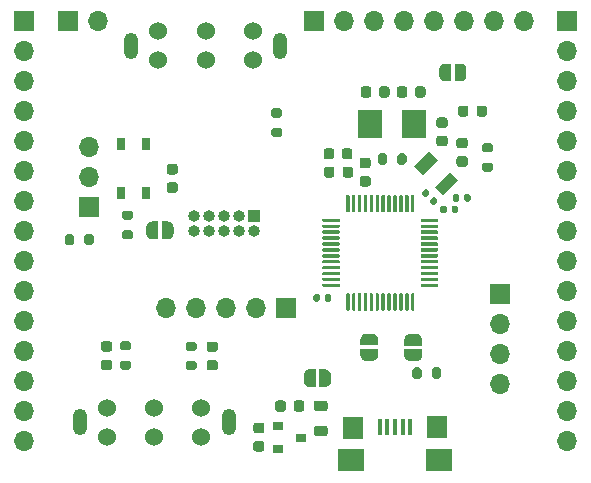
<source format=gbr>
%TF.GenerationSoftware,KiCad,Pcbnew,(5.1.8)-1*%
%TF.CreationDate,2021-06-10T03:31:17+02:00*%
%TF.ProjectId,GD32F190-dev-brd,47443332-4631-4393-902d-6465762d6272,rev?*%
%TF.SameCoordinates,Original*%
%TF.FileFunction,Soldermask,Top*%
%TF.FilePolarity,Negative*%
%FSLAX46Y46*%
G04 Gerber Fmt 4.6, Leading zero omitted, Abs format (unit mm)*
G04 Created by KiCad (PCBNEW (5.1.8)-1) date 2021-06-10 03:31:17*
%MOMM*%
%LPD*%
G01*
G04 APERTURE LIST*
%ADD10R,1.700000X1.700000*%
%ADD11O,1.700000X1.700000*%
%ADD12C,0.100000*%
%ADD13C,1.524000*%
%ADD14O,1.250000X2.250000*%
%ADD15R,0.650000X1.050000*%
%ADD16R,0.900000X0.800000*%
%ADD17R,2.000000X2.400000*%
%ADD18R,1.000000X1.000000*%
%ADD19O,1.000000X1.000000*%
%ADD20R,1.800000X1.900000*%
%ADD21R,2.300000X1.900000*%
%ADD22R,0.400000X1.400000*%
G04 APERTURE END LIST*
D10*
%TO.C,J9*%
X105450000Y-115750000D03*
D11*
X105450000Y-113210000D03*
X105450000Y-110670000D03*
%TD*%
%TO.C,R7*%
G36*
G01*
X132865000Y-130065000D02*
X132865000Y-129515000D01*
G75*
G02*
X133065000Y-129315000I200000J0D01*
G01*
X133465000Y-129315000D01*
G75*
G02*
X133665000Y-129515000I0J-200000D01*
G01*
X133665000Y-130065000D01*
G75*
G02*
X133465000Y-130265000I-200000J0D01*
G01*
X133065000Y-130265000D01*
G75*
G02*
X132865000Y-130065000I0J200000D01*
G01*
G37*
G36*
G01*
X134515000Y-130065000D02*
X134515000Y-129515000D01*
G75*
G02*
X134715000Y-129315000I200000J0D01*
G01*
X135115000Y-129315000D01*
G75*
G02*
X135315000Y-129515000I0J-200000D01*
G01*
X135315000Y-130065000D01*
G75*
G02*
X135115000Y-130265000I-200000J0D01*
G01*
X134715000Y-130265000D01*
G75*
G02*
X134515000Y-130065000I0J200000D01*
G01*
G37*
%TD*%
%TO.C,C1*%
G36*
G01*
X122160000Y-132330000D02*
X122160000Y-132830000D01*
G75*
G02*
X121935000Y-133055000I-225000J0D01*
G01*
X121485000Y-133055000D01*
G75*
G02*
X121260000Y-132830000I0J225000D01*
G01*
X121260000Y-132330000D01*
G75*
G02*
X121485000Y-132105000I225000J0D01*
G01*
X121935000Y-132105000D01*
G75*
G02*
X122160000Y-132330000I0J-225000D01*
G01*
G37*
G36*
G01*
X123710000Y-132330000D02*
X123710000Y-132830000D01*
G75*
G02*
X123485000Y-133055000I-225000J0D01*
G01*
X123035000Y-133055000D01*
G75*
G02*
X122810000Y-132830000I0J225000D01*
G01*
X122810000Y-132330000D01*
G75*
G02*
X123035000Y-132105000I225000J0D01*
G01*
X123485000Y-132105000D01*
G75*
G02*
X123710000Y-132330000I0J-225000D01*
G01*
G37*
%TD*%
%TO.C,C2*%
G36*
G01*
X120120000Y-136435000D02*
X119620000Y-136435000D01*
G75*
G02*
X119395000Y-136210000I0J225000D01*
G01*
X119395000Y-135760000D01*
G75*
G02*
X119620000Y-135535000I225000J0D01*
G01*
X120120000Y-135535000D01*
G75*
G02*
X120345000Y-135760000I0J-225000D01*
G01*
X120345000Y-136210000D01*
G75*
G02*
X120120000Y-136435000I-225000J0D01*
G01*
G37*
G36*
G01*
X120120000Y-134885000D02*
X119620000Y-134885000D01*
G75*
G02*
X119395000Y-134660000I0J225000D01*
G01*
X119395000Y-134210000D01*
G75*
G02*
X119620000Y-133985000I225000J0D01*
G01*
X120120000Y-133985000D01*
G75*
G02*
X120345000Y-134210000I0J-225000D01*
G01*
X120345000Y-134660000D01*
G75*
G02*
X120120000Y-134885000I-225000J0D01*
G01*
G37*
%TD*%
%TO.C,C7*%
G36*
G01*
X129125000Y-112450000D02*
X128625000Y-112450000D01*
G75*
G02*
X128400000Y-112225000I0J225000D01*
G01*
X128400000Y-111775000D01*
G75*
G02*
X128625000Y-111550000I225000J0D01*
G01*
X129125000Y-111550000D01*
G75*
G02*
X129350000Y-111775000I0J-225000D01*
G01*
X129350000Y-112225000D01*
G75*
G02*
X129125000Y-112450000I-225000J0D01*
G01*
G37*
G36*
G01*
X129125000Y-114000000D02*
X128625000Y-114000000D01*
G75*
G02*
X128400000Y-113775000I0J225000D01*
G01*
X128400000Y-113325000D01*
G75*
G02*
X128625000Y-113100000I225000J0D01*
G01*
X129125000Y-113100000D01*
G75*
G02*
X129350000Y-113325000I0J-225000D01*
G01*
X129350000Y-113775000D01*
G75*
G02*
X129125000Y-114000000I-225000J0D01*
G01*
G37*
%TD*%
%TO.C,C8*%
G36*
G01*
X127800000Y-110975000D02*
X127800000Y-111475000D01*
G75*
G02*
X127575000Y-111700000I-225000J0D01*
G01*
X127125000Y-111700000D01*
G75*
G02*
X126900000Y-111475000I0J225000D01*
G01*
X126900000Y-110975000D01*
G75*
G02*
X127125000Y-110750000I225000J0D01*
G01*
X127575000Y-110750000D01*
G75*
G02*
X127800000Y-110975000I0J-225000D01*
G01*
G37*
G36*
G01*
X126250000Y-110975000D02*
X126250000Y-111475000D01*
G75*
G02*
X126025000Y-111700000I-225000J0D01*
G01*
X125575000Y-111700000D01*
G75*
G02*
X125350000Y-111475000I0J225000D01*
G01*
X125350000Y-110975000D01*
G75*
G02*
X125575000Y-110750000I225000J0D01*
G01*
X126025000Y-110750000D01*
G75*
G02*
X126250000Y-110975000I0J-225000D01*
G01*
G37*
%TD*%
%TO.C,C9*%
G36*
G01*
X112790000Y-114530000D02*
X112290000Y-114530000D01*
G75*
G02*
X112065000Y-114305000I0J225000D01*
G01*
X112065000Y-113855000D01*
G75*
G02*
X112290000Y-113630000I225000J0D01*
G01*
X112790000Y-113630000D01*
G75*
G02*
X113015000Y-113855000I0J-225000D01*
G01*
X113015000Y-114305000D01*
G75*
G02*
X112790000Y-114530000I-225000J0D01*
G01*
G37*
G36*
G01*
X112790000Y-112980000D02*
X112290000Y-112980000D01*
G75*
G02*
X112065000Y-112755000I0J225000D01*
G01*
X112065000Y-112305000D01*
G75*
G02*
X112290000Y-112080000I225000J0D01*
G01*
X112790000Y-112080000D01*
G75*
G02*
X113015000Y-112305000I0J-225000D01*
G01*
X113015000Y-112755000D01*
G75*
G02*
X112790000Y-112980000I-225000J0D01*
G01*
G37*
%TD*%
%TO.C,C10*%
G36*
G01*
X132433000Y-105740000D02*
X132433000Y-106240000D01*
G75*
G02*
X132208000Y-106465000I-225000J0D01*
G01*
X131758000Y-106465000D01*
G75*
G02*
X131533000Y-106240000I0J225000D01*
G01*
X131533000Y-105740000D01*
G75*
G02*
X131758000Y-105515000I225000J0D01*
G01*
X132208000Y-105515000D01*
G75*
G02*
X132433000Y-105740000I0J-225000D01*
G01*
G37*
G36*
G01*
X133983000Y-105740000D02*
X133983000Y-106240000D01*
G75*
G02*
X133758000Y-106465000I-225000J0D01*
G01*
X133308000Y-106465000D01*
G75*
G02*
X133083000Y-106240000I0J225000D01*
G01*
X133083000Y-105740000D01*
G75*
G02*
X133308000Y-105515000I225000J0D01*
G01*
X133758000Y-105515000D01*
G75*
G02*
X133983000Y-105740000I0J-225000D01*
G01*
G37*
%TD*%
%TO.C,C11*%
G36*
G01*
X128485000Y-106240000D02*
X128485000Y-105740000D01*
G75*
G02*
X128710000Y-105515000I225000J0D01*
G01*
X129160000Y-105515000D01*
G75*
G02*
X129385000Y-105740000I0J-225000D01*
G01*
X129385000Y-106240000D01*
G75*
G02*
X129160000Y-106465000I-225000J0D01*
G01*
X128710000Y-106465000D01*
G75*
G02*
X128485000Y-106240000I0J225000D01*
G01*
G37*
G36*
G01*
X130035000Y-106240000D02*
X130035000Y-105740000D01*
G75*
G02*
X130260000Y-105515000I225000J0D01*
G01*
X130710000Y-105515000D01*
G75*
G02*
X130935000Y-105740000I0J-225000D01*
G01*
X130935000Y-106240000D01*
G75*
G02*
X130710000Y-106465000I-225000J0D01*
G01*
X130260000Y-106465000D01*
G75*
G02*
X130035000Y-106240000I0J225000D01*
G01*
G37*
%TD*%
%TO.C,C12*%
G36*
G01*
X137330000Y-110770000D02*
X136830000Y-110770000D01*
G75*
G02*
X136605000Y-110545000I0J225000D01*
G01*
X136605000Y-110095000D01*
G75*
G02*
X136830000Y-109870000I225000J0D01*
G01*
X137330000Y-109870000D01*
G75*
G02*
X137555000Y-110095000I0J-225000D01*
G01*
X137555000Y-110545000D01*
G75*
G02*
X137330000Y-110770000I-225000J0D01*
G01*
G37*
G36*
G01*
X137330000Y-112320000D02*
X136830000Y-112320000D01*
G75*
G02*
X136605000Y-112095000I0J225000D01*
G01*
X136605000Y-111645000D01*
G75*
G02*
X136830000Y-111420000I225000J0D01*
G01*
X137330000Y-111420000D01*
G75*
G02*
X137555000Y-111645000I0J-225000D01*
G01*
X137555000Y-112095000D01*
G75*
G02*
X137330000Y-112320000I-225000J0D01*
G01*
G37*
%TD*%
%TO.C,C13*%
G36*
G01*
X135630000Y-110590000D02*
X135130000Y-110590000D01*
G75*
G02*
X134905000Y-110365000I0J225000D01*
G01*
X134905000Y-109915000D01*
G75*
G02*
X135130000Y-109690000I225000J0D01*
G01*
X135630000Y-109690000D01*
G75*
G02*
X135855000Y-109915000I0J-225000D01*
G01*
X135855000Y-110365000D01*
G75*
G02*
X135630000Y-110590000I-225000J0D01*
G01*
G37*
G36*
G01*
X135630000Y-109040000D02*
X135130000Y-109040000D01*
G75*
G02*
X134905000Y-108815000I0J225000D01*
G01*
X134905000Y-108365000D01*
G75*
G02*
X135130000Y-108140000I225000J0D01*
G01*
X135630000Y-108140000D01*
G75*
G02*
X135855000Y-108365000I0J-225000D01*
G01*
X135855000Y-108815000D01*
G75*
G02*
X135630000Y-109040000I-225000J0D01*
G01*
G37*
%TD*%
%TO.C,D1*%
G36*
G01*
X106720750Y-127091500D02*
X107233250Y-127091500D01*
G75*
G02*
X107452000Y-127310250I0J-218750D01*
G01*
X107452000Y-127747750D01*
G75*
G02*
X107233250Y-127966500I-218750J0D01*
G01*
X106720750Y-127966500D01*
G75*
G02*
X106502000Y-127747750I0J218750D01*
G01*
X106502000Y-127310250D01*
G75*
G02*
X106720750Y-127091500I218750J0D01*
G01*
G37*
G36*
G01*
X106720750Y-128666500D02*
X107233250Y-128666500D01*
G75*
G02*
X107452000Y-128885250I0J-218750D01*
G01*
X107452000Y-129322750D01*
G75*
G02*
X107233250Y-129541500I-218750J0D01*
G01*
X106720750Y-129541500D01*
G75*
G02*
X106502000Y-129322750I0J218750D01*
G01*
X106502000Y-128885250D01*
G75*
G02*
X106720750Y-128666500I218750J0D01*
G01*
G37*
%TD*%
%TO.C,D2*%
G36*
G01*
X115683750Y-128692000D02*
X116196250Y-128692000D01*
G75*
G02*
X116415000Y-128910750I0J-218750D01*
G01*
X116415000Y-129348250D01*
G75*
G02*
X116196250Y-129567000I-218750J0D01*
G01*
X115683750Y-129567000D01*
G75*
G02*
X115465000Y-129348250I0J218750D01*
G01*
X115465000Y-128910750D01*
G75*
G02*
X115683750Y-128692000I218750J0D01*
G01*
G37*
G36*
G01*
X115683750Y-127117000D02*
X116196250Y-127117000D01*
G75*
G02*
X116415000Y-127335750I0J-218750D01*
G01*
X116415000Y-127773250D01*
G75*
G02*
X116196250Y-127992000I-218750J0D01*
G01*
X115683750Y-127992000D01*
G75*
G02*
X115465000Y-127773250I0J218750D01*
G01*
X115465000Y-127335750D01*
G75*
G02*
X115683750Y-127117000I218750J0D01*
G01*
G37*
%TD*%
%TO.C,D3*%
G36*
G01*
X139187500Y-107353750D02*
X139187500Y-107866250D01*
G75*
G02*
X138968750Y-108085000I-218750J0D01*
G01*
X138531250Y-108085000D01*
G75*
G02*
X138312500Y-107866250I0J218750D01*
G01*
X138312500Y-107353750D01*
G75*
G02*
X138531250Y-107135000I218750J0D01*
G01*
X138968750Y-107135000D01*
G75*
G02*
X139187500Y-107353750I0J-218750D01*
G01*
G37*
G36*
G01*
X137612500Y-107353750D02*
X137612500Y-107866250D01*
G75*
G02*
X137393750Y-108085000I-218750J0D01*
G01*
X136956250Y-108085000D01*
G75*
G02*
X136737500Y-107866250I0J218750D01*
G01*
X136737500Y-107353750D01*
G75*
G02*
X136956250Y-107135000I218750J0D01*
G01*
X137393750Y-107135000D01*
G75*
G02*
X137612500Y-107353750I0J-218750D01*
G01*
G37*
%TD*%
%TO.C,FB1*%
G36*
G01*
X125491250Y-135130000D02*
X124728750Y-135130000D01*
G75*
G02*
X124510000Y-134911250I0J218750D01*
G01*
X124510000Y-134473750D01*
G75*
G02*
X124728750Y-134255000I218750J0D01*
G01*
X125491250Y-134255000D01*
G75*
G02*
X125710000Y-134473750I0J-218750D01*
G01*
X125710000Y-134911250D01*
G75*
G02*
X125491250Y-135130000I-218750J0D01*
G01*
G37*
G36*
G01*
X125491250Y-133005000D02*
X124728750Y-133005000D01*
G75*
G02*
X124510000Y-132786250I0J218750D01*
G01*
X124510000Y-132348750D01*
G75*
G02*
X124728750Y-132130000I218750J0D01*
G01*
X125491250Y-132130000D01*
G75*
G02*
X125710000Y-132348750I0J-218750D01*
G01*
X125710000Y-132786250D01*
G75*
G02*
X125491250Y-133005000I-218750J0D01*
G01*
G37*
%TD*%
D10*
%TO.C,J4*%
X140270000Y-123060000D03*
D11*
X140270000Y-125600000D03*
X140270000Y-128140000D03*
X140270000Y-130680000D03*
%TD*%
D10*
%TO.C,J5*%
X122150000Y-124320000D03*
D11*
X119610000Y-124320000D03*
X117070000Y-124320000D03*
X114530000Y-124320000D03*
X111990000Y-124320000D03*
%TD*%
D12*
%TO.C,JP1*%
G36*
X136450000Y-103580000D02*
G01*
X136950000Y-103580000D01*
X136950000Y-103580602D01*
X136974534Y-103580602D01*
X137023365Y-103585412D01*
X137071490Y-103594984D01*
X137118445Y-103609228D01*
X137163778Y-103628005D01*
X137207051Y-103651136D01*
X137247850Y-103678396D01*
X137285779Y-103709524D01*
X137320476Y-103744221D01*
X137351604Y-103782150D01*
X137378864Y-103822949D01*
X137401995Y-103866222D01*
X137420772Y-103911555D01*
X137435016Y-103958510D01*
X137444588Y-104006635D01*
X137449398Y-104055466D01*
X137449398Y-104080000D01*
X137450000Y-104080000D01*
X137450000Y-104580000D01*
X137449398Y-104580000D01*
X137449398Y-104604534D01*
X137444588Y-104653365D01*
X137435016Y-104701490D01*
X137420772Y-104748445D01*
X137401995Y-104793778D01*
X137378864Y-104837051D01*
X137351604Y-104877850D01*
X137320476Y-104915779D01*
X137285779Y-104950476D01*
X137247850Y-104981604D01*
X137207051Y-105008864D01*
X137163778Y-105031995D01*
X137118445Y-105050772D01*
X137071490Y-105065016D01*
X137023365Y-105074588D01*
X136974534Y-105079398D01*
X136950000Y-105079398D01*
X136950000Y-105080000D01*
X136450000Y-105080000D01*
X136450000Y-103580000D01*
G37*
G36*
X135650000Y-105079398D02*
G01*
X135625466Y-105079398D01*
X135576635Y-105074588D01*
X135528510Y-105065016D01*
X135481555Y-105050772D01*
X135436222Y-105031995D01*
X135392949Y-105008864D01*
X135352150Y-104981604D01*
X135314221Y-104950476D01*
X135279524Y-104915779D01*
X135248396Y-104877850D01*
X135221136Y-104837051D01*
X135198005Y-104793778D01*
X135179228Y-104748445D01*
X135164984Y-104701490D01*
X135155412Y-104653365D01*
X135150602Y-104604534D01*
X135150602Y-104580000D01*
X135150000Y-104580000D01*
X135150000Y-104080000D01*
X135150602Y-104080000D01*
X135150602Y-104055466D01*
X135155412Y-104006635D01*
X135164984Y-103958510D01*
X135179228Y-103911555D01*
X135198005Y-103866222D01*
X135221136Y-103822949D01*
X135248396Y-103782150D01*
X135279524Y-103744221D01*
X135314221Y-103709524D01*
X135352150Y-103678396D01*
X135392949Y-103651136D01*
X135436222Y-103628005D01*
X135481555Y-103609228D01*
X135528510Y-103594984D01*
X135576635Y-103585412D01*
X135625466Y-103580602D01*
X135650000Y-103580602D01*
X135650000Y-103580000D01*
X136150000Y-103580000D01*
X136150000Y-105080000D01*
X135650000Y-105080000D01*
X135650000Y-105079398D01*
G37*
%TD*%
%TO.C,JP2*%
G36*
X111650000Y-116950000D02*
G01*
X112150000Y-116950000D01*
X112150000Y-116950602D01*
X112174534Y-116950602D01*
X112223365Y-116955412D01*
X112271490Y-116964984D01*
X112318445Y-116979228D01*
X112363778Y-116998005D01*
X112407051Y-117021136D01*
X112447850Y-117048396D01*
X112485779Y-117079524D01*
X112520476Y-117114221D01*
X112551604Y-117152150D01*
X112578864Y-117192949D01*
X112601995Y-117236222D01*
X112620772Y-117281555D01*
X112635016Y-117328510D01*
X112644588Y-117376635D01*
X112649398Y-117425466D01*
X112649398Y-117450000D01*
X112650000Y-117450000D01*
X112650000Y-117950000D01*
X112649398Y-117950000D01*
X112649398Y-117974534D01*
X112644588Y-118023365D01*
X112635016Y-118071490D01*
X112620772Y-118118445D01*
X112601995Y-118163778D01*
X112578864Y-118207051D01*
X112551604Y-118247850D01*
X112520476Y-118285779D01*
X112485779Y-118320476D01*
X112447850Y-118351604D01*
X112407051Y-118378864D01*
X112363778Y-118401995D01*
X112318445Y-118420772D01*
X112271490Y-118435016D01*
X112223365Y-118444588D01*
X112174534Y-118449398D01*
X112150000Y-118449398D01*
X112150000Y-118450000D01*
X111650000Y-118450000D01*
X111650000Y-116950000D01*
G37*
G36*
X110850000Y-118449398D02*
G01*
X110825466Y-118449398D01*
X110776635Y-118444588D01*
X110728510Y-118435016D01*
X110681555Y-118420772D01*
X110636222Y-118401995D01*
X110592949Y-118378864D01*
X110552150Y-118351604D01*
X110514221Y-118320476D01*
X110479524Y-118285779D01*
X110448396Y-118247850D01*
X110421136Y-118207051D01*
X110398005Y-118163778D01*
X110379228Y-118118445D01*
X110364984Y-118071490D01*
X110355412Y-118023365D01*
X110350602Y-117974534D01*
X110350602Y-117950000D01*
X110350000Y-117950000D01*
X110350000Y-117450000D01*
X110350602Y-117450000D01*
X110350602Y-117425466D01*
X110355412Y-117376635D01*
X110364984Y-117328510D01*
X110379228Y-117281555D01*
X110398005Y-117236222D01*
X110421136Y-117192949D01*
X110448396Y-117152150D01*
X110479524Y-117114221D01*
X110514221Y-117079524D01*
X110552150Y-117048396D01*
X110592949Y-117021136D01*
X110636222Y-116998005D01*
X110681555Y-116979228D01*
X110728510Y-116964984D01*
X110776635Y-116955412D01*
X110825466Y-116950602D01*
X110850000Y-116950602D01*
X110850000Y-116950000D01*
X111350000Y-116950000D01*
X111350000Y-118450000D01*
X110850000Y-118450000D01*
X110850000Y-118449398D01*
G37*
%TD*%
%TO.C,JP3*%
G36*
X124970000Y-129460000D02*
G01*
X125470000Y-129460000D01*
X125470000Y-129460602D01*
X125494534Y-129460602D01*
X125543365Y-129465412D01*
X125591490Y-129474984D01*
X125638445Y-129489228D01*
X125683778Y-129508005D01*
X125727051Y-129531136D01*
X125767850Y-129558396D01*
X125805779Y-129589524D01*
X125840476Y-129624221D01*
X125871604Y-129662150D01*
X125898864Y-129702949D01*
X125921995Y-129746222D01*
X125940772Y-129791555D01*
X125955016Y-129838510D01*
X125964588Y-129886635D01*
X125969398Y-129935466D01*
X125969398Y-129960000D01*
X125970000Y-129960000D01*
X125970000Y-130460000D01*
X125969398Y-130460000D01*
X125969398Y-130484534D01*
X125964588Y-130533365D01*
X125955016Y-130581490D01*
X125940772Y-130628445D01*
X125921995Y-130673778D01*
X125898864Y-130717051D01*
X125871604Y-130757850D01*
X125840476Y-130795779D01*
X125805779Y-130830476D01*
X125767850Y-130861604D01*
X125727051Y-130888864D01*
X125683778Y-130911995D01*
X125638445Y-130930772D01*
X125591490Y-130945016D01*
X125543365Y-130954588D01*
X125494534Y-130959398D01*
X125470000Y-130959398D01*
X125470000Y-130960000D01*
X124970000Y-130960000D01*
X124970000Y-129460000D01*
G37*
G36*
X124170000Y-130959398D02*
G01*
X124145466Y-130959398D01*
X124096635Y-130954588D01*
X124048510Y-130945016D01*
X124001555Y-130930772D01*
X123956222Y-130911995D01*
X123912949Y-130888864D01*
X123872150Y-130861604D01*
X123834221Y-130830476D01*
X123799524Y-130795779D01*
X123768396Y-130757850D01*
X123741136Y-130717051D01*
X123718005Y-130673778D01*
X123699228Y-130628445D01*
X123684984Y-130581490D01*
X123675412Y-130533365D01*
X123670602Y-130484534D01*
X123670602Y-130460000D01*
X123670000Y-130460000D01*
X123670000Y-129960000D01*
X123670602Y-129960000D01*
X123670602Y-129935466D01*
X123675412Y-129886635D01*
X123684984Y-129838510D01*
X123699228Y-129791555D01*
X123718005Y-129746222D01*
X123741136Y-129702949D01*
X123768396Y-129662150D01*
X123799524Y-129624221D01*
X123834221Y-129589524D01*
X123872150Y-129558396D01*
X123912949Y-129531136D01*
X123956222Y-129508005D01*
X124001555Y-129489228D01*
X124048510Y-129474984D01*
X124096635Y-129465412D01*
X124145466Y-129460602D01*
X124170000Y-129460602D01*
X124170000Y-129460000D01*
X124670000Y-129460000D01*
X124670000Y-130960000D01*
X124170000Y-130960000D01*
X124170000Y-130959398D01*
G37*
%TD*%
%TO.C,JP4*%
G36*
X132190602Y-126970000D02*
G01*
X132190602Y-126945466D01*
X132195412Y-126896635D01*
X132204984Y-126848510D01*
X132219228Y-126801555D01*
X132238005Y-126756222D01*
X132261136Y-126712949D01*
X132288396Y-126672150D01*
X132319524Y-126634221D01*
X132354221Y-126599524D01*
X132392150Y-126568396D01*
X132432949Y-126541136D01*
X132476222Y-126518005D01*
X132521555Y-126499228D01*
X132568510Y-126484984D01*
X132616635Y-126475412D01*
X132665466Y-126470602D01*
X132690000Y-126470602D01*
X132690000Y-126470000D01*
X133190000Y-126470000D01*
X133190000Y-126470602D01*
X133214534Y-126470602D01*
X133263365Y-126475412D01*
X133311490Y-126484984D01*
X133358445Y-126499228D01*
X133403778Y-126518005D01*
X133447051Y-126541136D01*
X133487850Y-126568396D01*
X133525779Y-126599524D01*
X133560476Y-126634221D01*
X133591604Y-126672150D01*
X133618864Y-126712949D01*
X133641995Y-126756222D01*
X133660772Y-126801555D01*
X133675016Y-126848510D01*
X133684588Y-126896635D01*
X133689398Y-126945466D01*
X133689398Y-126970000D01*
X133690000Y-126970000D01*
X133690000Y-127470000D01*
X132190000Y-127470000D01*
X132190000Y-126970000D01*
X132190602Y-126970000D01*
G37*
G36*
X133690000Y-127770000D02*
G01*
X133690000Y-128270000D01*
X133689398Y-128270000D01*
X133689398Y-128294534D01*
X133684588Y-128343365D01*
X133675016Y-128391490D01*
X133660772Y-128438445D01*
X133641995Y-128483778D01*
X133618864Y-128527051D01*
X133591604Y-128567850D01*
X133560476Y-128605779D01*
X133525779Y-128640476D01*
X133487850Y-128671604D01*
X133447051Y-128698864D01*
X133403778Y-128721995D01*
X133358445Y-128740772D01*
X133311490Y-128755016D01*
X133263365Y-128764588D01*
X133214534Y-128769398D01*
X133190000Y-128769398D01*
X133190000Y-128770000D01*
X132690000Y-128770000D01*
X132690000Y-128769398D01*
X132665466Y-128769398D01*
X132616635Y-128764588D01*
X132568510Y-128755016D01*
X132521555Y-128740772D01*
X132476222Y-128721995D01*
X132432949Y-128698864D01*
X132392150Y-128671604D01*
X132354221Y-128640476D01*
X132319524Y-128605779D01*
X132288396Y-128567850D01*
X132261136Y-128527051D01*
X132238005Y-128483778D01*
X132219228Y-128438445D01*
X132204984Y-128391490D01*
X132195412Y-128343365D01*
X132190602Y-128294534D01*
X132190602Y-128270000D01*
X132190000Y-128270000D01*
X132190000Y-127770000D01*
X133690000Y-127770000D01*
G37*
%TD*%
%TO.C,JP5*%
G36*
X128470602Y-126950000D02*
G01*
X128470602Y-126925466D01*
X128475412Y-126876635D01*
X128484984Y-126828510D01*
X128499228Y-126781555D01*
X128518005Y-126736222D01*
X128541136Y-126692949D01*
X128568396Y-126652150D01*
X128599524Y-126614221D01*
X128634221Y-126579524D01*
X128672150Y-126548396D01*
X128712949Y-126521136D01*
X128756222Y-126498005D01*
X128801555Y-126479228D01*
X128848510Y-126464984D01*
X128896635Y-126455412D01*
X128945466Y-126450602D01*
X128970000Y-126450602D01*
X128970000Y-126450000D01*
X129470000Y-126450000D01*
X129470000Y-126450602D01*
X129494534Y-126450602D01*
X129543365Y-126455412D01*
X129591490Y-126464984D01*
X129638445Y-126479228D01*
X129683778Y-126498005D01*
X129727051Y-126521136D01*
X129767850Y-126548396D01*
X129805779Y-126579524D01*
X129840476Y-126614221D01*
X129871604Y-126652150D01*
X129898864Y-126692949D01*
X129921995Y-126736222D01*
X129940772Y-126781555D01*
X129955016Y-126828510D01*
X129964588Y-126876635D01*
X129969398Y-126925466D01*
X129969398Y-126950000D01*
X129970000Y-126950000D01*
X129970000Y-127450000D01*
X128470000Y-127450000D01*
X128470000Y-126950000D01*
X128470602Y-126950000D01*
G37*
G36*
X129970000Y-127750000D02*
G01*
X129970000Y-128250000D01*
X129969398Y-128250000D01*
X129969398Y-128274534D01*
X129964588Y-128323365D01*
X129955016Y-128371490D01*
X129940772Y-128418445D01*
X129921995Y-128463778D01*
X129898864Y-128507051D01*
X129871604Y-128547850D01*
X129840476Y-128585779D01*
X129805779Y-128620476D01*
X129767850Y-128651604D01*
X129727051Y-128678864D01*
X129683778Y-128701995D01*
X129638445Y-128720772D01*
X129591490Y-128735016D01*
X129543365Y-128744588D01*
X129494534Y-128749398D01*
X129470000Y-128749398D01*
X129470000Y-128750000D01*
X128970000Y-128750000D01*
X128970000Y-128749398D01*
X128945466Y-128749398D01*
X128896635Y-128744588D01*
X128848510Y-128735016D01*
X128801555Y-128720772D01*
X128756222Y-128701995D01*
X128712949Y-128678864D01*
X128672150Y-128651604D01*
X128634221Y-128620476D01*
X128599524Y-128585779D01*
X128568396Y-128547850D01*
X128541136Y-128507051D01*
X128518005Y-128463778D01*
X128499228Y-128418445D01*
X128484984Y-128371490D01*
X128475412Y-128323365D01*
X128470602Y-128274534D01*
X128470602Y-128250000D01*
X128470000Y-128250000D01*
X128470000Y-127750000D01*
X129970000Y-127750000D01*
G37*
%TD*%
%TO.C,L1*%
G36*
G01*
X125400000Y-113031250D02*
X125400000Y-112518750D01*
G75*
G02*
X125618750Y-112300000I218750J0D01*
G01*
X126056250Y-112300000D01*
G75*
G02*
X126275000Y-112518750I0J-218750D01*
G01*
X126275000Y-113031250D01*
G75*
G02*
X126056250Y-113250000I-218750J0D01*
G01*
X125618750Y-113250000D01*
G75*
G02*
X125400000Y-113031250I0J218750D01*
G01*
G37*
G36*
G01*
X126975000Y-113031250D02*
X126975000Y-112518750D01*
G75*
G02*
X127193750Y-112300000I218750J0D01*
G01*
X127631250Y-112300000D01*
G75*
G02*
X127850000Y-112518750I0J-218750D01*
G01*
X127850000Y-113031250D01*
G75*
G02*
X127631250Y-113250000I-218750J0D01*
G01*
X127193750Y-113250000D01*
G75*
G02*
X126975000Y-113031250I0J218750D01*
G01*
G37*
%TD*%
%TO.C,R1*%
G36*
G01*
X108325000Y-127075000D02*
X108875000Y-127075000D01*
G75*
G02*
X109075000Y-127275000I0J-200000D01*
G01*
X109075000Y-127675000D01*
G75*
G02*
X108875000Y-127875000I-200000J0D01*
G01*
X108325000Y-127875000D01*
G75*
G02*
X108125000Y-127675000I0J200000D01*
G01*
X108125000Y-127275000D01*
G75*
G02*
X108325000Y-127075000I200000J0D01*
G01*
G37*
G36*
G01*
X108325000Y-128725000D02*
X108875000Y-128725000D01*
G75*
G02*
X109075000Y-128925000I0J-200000D01*
G01*
X109075000Y-129325000D01*
G75*
G02*
X108875000Y-129525000I-200000J0D01*
G01*
X108325000Y-129525000D01*
G75*
G02*
X108125000Y-129325000I0J200000D01*
G01*
X108125000Y-128925000D01*
G75*
G02*
X108325000Y-128725000I200000J0D01*
G01*
G37*
%TD*%
%TO.C,R2*%
G36*
G01*
X113865000Y-128767000D02*
X114415000Y-128767000D01*
G75*
G02*
X114615000Y-128967000I0J-200000D01*
G01*
X114615000Y-129367000D01*
G75*
G02*
X114415000Y-129567000I-200000J0D01*
G01*
X113865000Y-129567000D01*
G75*
G02*
X113665000Y-129367000I0J200000D01*
G01*
X113665000Y-128967000D01*
G75*
G02*
X113865000Y-128767000I200000J0D01*
G01*
G37*
G36*
G01*
X113865000Y-127117000D02*
X114415000Y-127117000D01*
G75*
G02*
X114615000Y-127317000I0J-200000D01*
G01*
X114615000Y-127717000D01*
G75*
G02*
X114415000Y-127917000I-200000J0D01*
G01*
X113865000Y-127917000D01*
G75*
G02*
X113665000Y-127717000I0J200000D01*
G01*
X113665000Y-127317000D01*
G75*
G02*
X113865000Y-127117000I200000J0D01*
G01*
G37*
%TD*%
%TO.C,R3*%
G36*
G01*
X139495000Y-111110000D02*
X138945000Y-111110000D01*
G75*
G02*
X138745000Y-110910000I0J200000D01*
G01*
X138745000Y-110510000D01*
G75*
G02*
X138945000Y-110310000I200000J0D01*
G01*
X139495000Y-110310000D01*
G75*
G02*
X139695000Y-110510000I0J-200000D01*
G01*
X139695000Y-110910000D01*
G75*
G02*
X139495000Y-111110000I-200000J0D01*
G01*
G37*
G36*
G01*
X139495000Y-112760000D02*
X138945000Y-112760000D01*
G75*
G02*
X138745000Y-112560000I0J200000D01*
G01*
X138745000Y-112160000D01*
G75*
G02*
X138945000Y-111960000I200000J0D01*
G01*
X139495000Y-111960000D01*
G75*
G02*
X139695000Y-112160000I0J-200000D01*
G01*
X139695000Y-112560000D01*
G75*
G02*
X139495000Y-112760000I-200000J0D01*
G01*
G37*
%TD*%
%TO.C,R4*%
G36*
G01*
X109025000Y-116825000D02*
X108475000Y-116825000D01*
G75*
G02*
X108275000Y-116625000I0J200000D01*
G01*
X108275000Y-116225000D01*
G75*
G02*
X108475000Y-116025000I200000J0D01*
G01*
X109025000Y-116025000D01*
G75*
G02*
X109225000Y-116225000I0J-200000D01*
G01*
X109225000Y-116625000D01*
G75*
G02*
X109025000Y-116825000I-200000J0D01*
G01*
G37*
G36*
G01*
X109025000Y-118475000D02*
X108475000Y-118475000D01*
G75*
G02*
X108275000Y-118275000I0J200000D01*
G01*
X108275000Y-117875000D01*
G75*
G02*
X108475000Y-117675000I200000J0D01*
G01*
X109025000Y-117675000D01*
G75*
G02*
X109225000Y-117875000I0J-200000D01*
G01*
X109225000Y-118275000D01*
G75*
G02*
X109025000Y-118475000I-200000J0D01*
G01*
G37*
%TD*%
%TO.C,R5*%
G36*
G01*
X129935000Y-111945000D02*
X129935000Y-111395000D01*
G75*
G02*
X130135000Y-111195000I200000J0D01*
G01*
X130535000Y-111195000D01*
G75*
G02*
X130735000Y-111395000I0J-200000D01*
G01*
X130735000Y-111945000D01*
G75*
G02*
X130535000Y-112145000I-200000J0D01*
G01*
X130135000Y-112145000D01*
G75*
G02*
X129935000Y-111945000I0J200000D01*
G01*
G37*
G36*
G01*
X131585000Y-111945000D02*
X131585000Y-111395000D01*
G75*
G02*
X131785000Y-111195000I200000J0D01*
G01*
X132185000Y-111195000D01*
G75*
G02*
X132385000Y-111395000I0J-200000D01*
G01*
X132385000Y-111945000D01*
G75*
G02*
X132185000Y-112145000I-200000J0D01*
G01*
X131785000Y-112145000D01*
G75*
G02*
X131585000Y-111945000I0J200000D01*
G01*
G37*
%TD*%
%TO.C,R6*%
G36*
G01*
X121665000Y-109830000D02*
X121115000Y-109830000D01*
G75*
G02*
X120915000Y-109630000I0J200000D01*
G01*
X120915000Y-109230000D01*
G75*
G02*
X121115000Y-109030000I200000J0D01*
G01*
X121665000Y-109030000D01*
G75*
G02*
X121865000Y-109230000I0J-200000D01*
G01*
X121865000Y-109630000D01*
G75*
G02*
X121665000Y-109830000I-200000J0D01*
G01*
G37*
G36*
G01*
X121665000Y-108180000D02*
X121115000Y-108180000D01*
G75*
G02*
X120915000Y-107980000I0J200000D01*
G01*
X120915000Y-107580000D01*
G75*
G02*
X121115000Y-107380000I200000J0D01*
G01*
X121665000Y-107380000D01*
G75*
G02*
X121865000Y-107580000I0J-200000D01*
G01*
X121865000Y-107980000D01*
G75*
G02*
X121665000Y-108180000I-200000J0D01*
G01*
G37*
%TD*%
D13*
%TO.C,SW1*%
X115010000Y-135210000D03*
X111010000Y-135210000D03*
X107010000Y-135210000D03*
X115010000Y-132710000D03*
X111010000Y-132710000D03*
X107010000Y-132710000D03*
D14*
X104710000Y-133960000D03*
X117310000Y-133960000D03*
%TD*%
D15*
%TO.C,SW2*%
X110325000Y-110425000D03*
X110325000Y-114575000D03*
X108175000Y-110425000D03*
X108175000Y-114575000D03*
%TD*%
D14*
%TO.C,SW3*%
X109060000Y-102060000D03*
X121660000Y-102060000D03*
D13*
X119360000Y-103310000D03*
X115360000Y-103310000D03*
X111360000Y-103310000D03*
X119360000Y-100810000D03*
X115360000Y-100810000D03*
X111360000Y-100810000D03*
%TD*%
D16*
%TO.C,U1*%
X121460000Y-134300000D03*
X121460000Y-136200000D03*
X123460000Y-135250000D03*
%TD*%
%TO.C,U2*%
G36*
G01*
X132825000Y-114710000D02*
X132975000Y-114710000D01*
G75*
G02*
X133050000Y-114785000I0J-75000D01*
G01*
X133050000Y-116110000D01*
G75*
G02*
X132975000Y-116185000I-75000J0D01*
G01*
X132825000Y-116185000D01*
G75*
G02*
X132750000Y-116110000I0J75000D01*
G01*
X132750000Y-114785000D01*
G75*
G02*
X132825000Y-114710000I75000J0D01*
G01*
G37*
G36*
G01*
X132325000Y-114710000D02*
X132475000Y-114710000D01*
G75*
G02*
X132550000Y-114785000I0J-75000D01*
G01*
X132550000Y-116110000D01*
G75*
G02*
X132475000Y-116185000I-75000J0D01*
G01*
X132325000Y-116185000D01*
G75*
G02*
X132250000Y-116110000I0J75000D01*
G01*
X132250000Y-114785000D01*
G75*
G02*
X132325000Y-114710000I75000J0D01*
G01*
G37*
G36*
G01*
X131825000Y-114710000D02*
X131975000Y-114710000D01*
G75*
G02*
X132050000Y-114785000I0J-75000D01*
G01*
X132050000Y-116110000D01*
G75*
G02*
X131975000Y-116185000I-75000J0D01*
G01*
X131825000Y-116185000D01*
G75*
G02*
X131750000Y-116110000I0J75000D01*
G01*
X131750000Y-114785000D01*
G75*
G02*
X131825000Y-114710000I75000J0D01*
G01*
G37*
G36*
G01*
X131325000Y-114710000D02*
X131475000Y-114710000D01*
G75*
G02*
X131550000Y-114785000I0J-75000D01*
G01*
X131550000Y-116110000D01*
G75*
G02*
X131475000Y-116185000I-75000J0D01*
G01*
X131325000Y-116185000D01*
G75*
G02*
X131250000Y-116110000I0J75000D01*
G01*
X131250000Y-114785000D01*
G75*
G02*
X131325000Y-114710000I75000J0D01*
G01*
G37*
G36*
G01*
X130825000Y-114710000D02*
X130975000Y-114710000D01*
G75*
G02*
X131050000Y-114785000I0J-75000D01*
G01*
X131050000Y-116110000D01*
G75*
G02*
X130975000Y-116185000I-75000J0D01*
G01*
X130825000Y-116185000D01*
G75*
G02*
X130750000Y-116110000I0J75000D01*
G01*
X130750000Y-114785000D01*
G75*
G02*
X130825000Y-114710000I75000J0D01*
G01*
G37*
G36*
G01*
X130325000Y-114710000D02*
X130475000Y-114710000D01*
G75*
G02*
X130550000Y-114785000I0J-75000D01*
G01*
X130550000Y-116110000D01*
G75*
G02*
X130475000Y-116185000I-75000J0D01*
G01*
X130325000Y-116185000D01*
G75*
G02*
X130250000Y-116110000I0J75000D01*
G01*
X130250000Y-114785000D01*
G75*
G02*
X130325000Y-114710000I75000J0D01*
G01*
G37*
G36*
G01*
X129825000Y-114710000D02*
X129975000Y-114710000D01*
G75*
G02*
X130050000Y-114785000I0J-75000D01*
G01*
X130050000Y-116110000D01*
G75*
G02*
X129975000Y-116185000I-75000J0D01*
G01*
X129825000Y-116185000D01*
G75*
G02*
X129750000Y-116110000I0J75000D01*
G01*
X129750000Y-114785000D01*
G75*
G02*
X129825000Y-114710000I75000J0D01*
G01*
G37*
G36*
G01*
X129325000Y-114710000D02*
X129475000Y-114710000D01*
G75*
G02*
X129550000Y-114785000I0J-75000D01*
G01*
X129550000Y-116110000D01*
G75*
G02*
X129475000Y-116185000I-75000J0D01*
G01*
X129325000Y-116185000D01*
G75*
G02*
X129250000Y-116110000I0J75000D01*
G01*
X129250000Y-114785000D01*
G75*
G02*
X129325000Y-114710000I75000J0D01*
G01*
G37*
G36*
G01*
X128825000Y-114710000D02*
X128975000Y-114710000D01*
G75*
G02*
X129050000Y-114785000I0J-75000D01*
G01*
X129050000Y-116110000D01*
G75*
G02*
X128975000Y-116185000I-75000J0D01*
G01*
X128825000Y-116185000D01*
G75*
G02*
X128750000Y-116110000I0J75000D01*
G01*
X128750000Y-114785000D01*
G75*
G02*
X128825000Y-114710000I75000J0D01*
G01*
G37*
G36*
G01*
X128325000Y-114710000D02*
X128475000Y-114710000D01*
G75*
G02*
X128550000Y-114785000I0J-75000D01*
G01*
X128550000Y-116110000D01*
G75*
G02*
X128475000Y-116185000I-75000J0D01*
G01*
X128325000Y-116185000D01*
G75*
G02*
X128250000Y-116110000I0J75000D01*
G01*
X128250000Y-114785000D01*
G75*
G02*
X128325000Y-114710000I75000J0D01*
G01*
G37*
G36*
G01*
X127825000Y-114710000D02*
X127975000Y-114710000D01*
G75*
G02*
X128050000Y-114785000I0J-75000D01*
G01*
X128050000Y-116110000D01*
G75*
G02*
X127975000Y-116185000I-75000J0D01*
G01*
X127825000Y-116185000D01*
G75*
G02*
X127750000Y-116110000I0J75000D01*
G01*
X127750000Y-114785000D01*
G75*
G02*
X127825000Y-114710000I75000J0D01*
G01*
G37*
G36*
G01*
X127325000Y-114710000D02*
X127475000Y-114710000D01*
G75*
G02*
X127550000Y-114785000I0J-75000D01*
G01*
X127550000Y-116110000D01*
G75*
G02*
X127475000Y-116185000I-75000J0D01*
G01*
X127325000Y-116185000D01*
G75*
G02*
X127250000Y-116110000I0J75000D01*
G01*
X127250000Y-114785000D01*
G75*
G02*
X127325000Y-114710000I75000J0D01*
G01*
G37*
G36*
G01*
X125325000Y-116710000D02*
X126650000Y-116710000D01*
G75*
G02*
X126725000Y-116785000I0J-75000D01*
G01*
X126725000Y-116935000D01*
G75*
G02*
X126650000Y-117010000I-75000J0D01*
G01*
X125325000Y-117010000D01*
G75*
G02*
X125250000Y-116935000I0J75000D01*
G01*
X125250000Y-116785000D01*
G75*
G02*
X125325000Y-116710000I75000J0D01*
G01*
G37*
G36*
G01*
X125325000Y-117210000D02*
X126650000Y-117210000D01*
G75*
G02*
X126725000Y-117285000I0J-75000D01*
G01*
X126725000Y-117435000D01*
G75*
G02*
X126650000Y-117510000I-75000J0D01*
G01*
X125325000Y-117510000D01*
G75*
G02*
X125250000Y-117435000I0J75000D01*
G01*
X125250000Y-117285000D01*
G75*
G02*
X125325000Y-117210000I75000J0D01*
G01*
G37*
G36*
G01*
X125325000Y-117710000D02*
X126650000Y-117710000D01*
G75*
G02*
X126725000Y-117785000I0J-75000D01*
G01*
X126725000Y-117935000D01*
G75*
G02*
X126650000Y-118010000I-75000J0D01*
G01*
X125325000Y-118010000D01*
G75*
G02*
X125250000Y-117935000I0J75000D01*
G01*
X125250000Y-117785000D01*
G75*
G02*
X125325000Y-117710000I75000J0D01*
G01*
G37*
G36*
G01*
X125325000Y-118210000D02*
X126650000Y-118210000D01*
G75*
G02*
X126725000Y-118285000I0J-75000D01*
G01*
X126725000Y-118435000D01*
G75*
G02*
X126650000Y-118510000I-75000J0D01*
G01*
X125325000Y-118510000D01*
G75*
G02*
X125250000Y-118435000I0J75000D01*
G01*
X125250000Y-118285000D01*
G75*
G02*
X125325000Y-118210000I75000J0D01*
G01*
G37*
G36*
G01*
X125325000Y-118710000D02*
X126650000Y-118710000D01*
G75*
G02*
X126725000Y-118785000I0J-75000D01*
G01*
X126725000Y-118935000D01*
G75*
G02*
X126650000Y-119010000I-75000J0D01*
G01*
X125325000Y-119010000D01*
G75*
G02*
X125250000Y-118935000I0J75000D01*
G01*
X125250000Y-118785000D01*
G75*
G02*
X125325000Y-118710000I75000J0D01*
G01*
G37*
G36*
G01*
X125325000Y-119210000D02*
X126650000Y-119210000D01*
G75*
G02*
X126725000Y-119285000I0J-75000D01*
G01*
X126725000Y-119435000D01*
G75*
G02*
X126650000Y-119510000I-75000J0D01*
G01*
X125325000Y-119510000D01*
G75*
G02*
X125250000Y-119435000I0J75000D01*
G01*
X125250000Y-119285000D01*
G75*
G02*
X125325000Y-119210000I75000J0D01*
G01*
G37*
G36*
G01*
X125325000Y-119710000D02*
X126650000Y-119710000D01*
G75*
G02*
X126725000Y-119785000I0J-75000D01*
G01*
X126725000Y-119935000D01*
G75*
G02*
X126650000Y-120010000I-75000J0D01*
G01*
X125325000Y-120010000D01*
G75*
G02*
X125250000Y-119935000I0J75000D01*
G01*
X125250000Y-119785000D01*
G75*
G02*
X125325000Y-119710000I75000J0D01*
G01*
G37*
G36*
G01*
X125325000Y-120210000D02*
X126650000Y-120210000D01*
G75*
G02*
X126725000Y-120285000I0J-75000D01*
G01*
X126725000Y-120435000D01*
G75*
G02*
X126650000Y-120510000I-75000J0D01*
G01*
X125325000Y-120510000D01*
G75*
G02*
X125250000Y-120435000I0J75000D01*
G01*
X125250000Y-120285000D01*
G75*
G02*
X125325000Y-120210000I75000J0D01*
G01*
G37*
G36*
G01*
X125325000Y-120710000D02*
X126650000Y-120710000D01*
G75*
G02*
X126725000Y-120785000I0J-75000D01*
G01*
X126725000Y-120935000D01*
G75*
G02*
X126650000Y-121010000I-75000J0D01*
G01*
X125325000Y-121010000D01*
G75*
G02*
X125250000Y-120935000I0J75000D01*
G01*
X125250000Y-120785000D01*
G75*
G02*
X125325000Y-120710000I75000J0D01*
G01*
G37*
G36*
G01*
X125325000Y-121210000D02*
X126650000Y-121210000D01*
G75*
G02*
X126725000Y-121285000I0J-75000D01*
G01*
X126725000Y-121435000D01*
G75*
G02*
X126650000Y-121510000I-75000J0D01*
G01*
X125325000Y-121510000D01*
G75*
G02*
X125250000Y-121435000I0J75000D01*
G01*
X125250000Y-121285000D01*
G75*
G02*
X125325000Y-121210000I75000J0D01*
G01*
G37*
G36*
G01*
X125325000Y-121710000D02*
X126650000Y-121710000D01*
G75*
G02*
X126725000Y-121785000I0J-75000D01*
G01*
X126725000Y-121935000D01*
G75*
G02*
X126650000Y-122010000I-75000J0D01*
G01*
X125325000Y-122010000D01*
G75*
G02*
X125250000Y-121935000I0J75000D01*
G01*
X125250000Y-121785000D01*
G75*
G02*
X125325000Y-121710000I75000J0D01*
G01*
G37*
G36*
G01*
X125325000Y-122210000D02*
X126650000Y-122210000D01*
G75*
G02*
X126725000Y-122285000I0J-75000D01*
G01*
X126725000Y-122435000D01*
G75*
G02*
X126650000Y-122510000I-75000J0D01*
G01*
X125325000Y-122510000D01*
G75*
G02*
X125250000Y-122435000I0J75000D01*
G01*
X125250000Y-122285000D01*
G75*
G02*
X125325000Y-122210000I75000J0D01*
G01*
G37*
G36*
G01*
X127325000Y-123035000D02*
X127475000Y-123035000D01*
G75*
G02*
X127550000Y-123110000I0J-75000D01*
G01*
X127550000Y-124435000D01*
G75*
G02*
X127475000Y-124510000I-75000J0D01*
G01*
X127325000Y-124510000D01*
G75*
G02*
X127250000Y-124435000I0J75000D01*
G01*
X127250000Y-123110000D01*
G75*
G02*
X127325000Y-123035000I75000J0D01*
G01*
G37*
G36*
G01*
X127825000Y-123035000D02*
X127975000Y-123035000D01*
G75*
G02*
X128050000Y-123110000I0J-75000D01*
G01*
X128050000Y-124435000D01*
G75*
G02*
X127975000Y-124510000I-75000J0D01*
G01*
X127825000Y-124510000D01*
G75*
G02*
X127750000Y-124435000I0J75000D01*
G01*
X127750000Y-123110000D01*
G75*
G02*
X127825000Y-123035000I75000J0D01*
G01*
G37*
G36*
G01*
X128325000Y-123035000D02*
X128475000Y-123035000D01*
G75*
G02*
X128550000Y-123110000I0J-75000D01*
G01*
X128550000Y-124435000D01*
G75*
G02*
X128475000Y-124510000I-75000J0D01*
G01*
X128325000Y-124510000D01*
G75*
G02*
X128250000Y-124435000I0J75000D01*
G01*
X128250000Y-123110000D01*
G75*
G02*
X128325000Y-123035000I75000J0D01*
G01*
G37*
G36*
G01*
X128825000Y-123035000D02*
X128975000Y-123035000D01*
G75*
G02*
X129050000Y-123110000I0J-75000D01*
G01*
X129050000Y-124435000D01*
G75*
G02*
X128975000Y-124510000I-75000J0D01*
G01*
X128825000Y-124510000D01*
G75*
G02*
X128750000Y-124435000I0J75000D01*
G01*
X128750000Y-123110000D01*
G75*
G02*
X128825000Y-123035000I75000J0D01*
G01*
G37*
G36*
G01*
X129325000Y-123035000D02*
X129475000Y-123035000D01*
G75*
G02*
X129550000Y-123110000I0J-75000D01*
G01*
X129550000Y-124435000D01*
G75*
G02*
X129475000Y-124510000I-75000J0D01*
G01*
X129325000Y-124510000D01*
G75*
G02*
X129250000Y-124435000I0J75000D01*
G01*
X129250000Y-123110000D01*
G75*
G02*
X129325000Y-123035000I75000J0D01*
G01*
G37*
G36*
G01*
X129825000Y-123035000D02*
X129975000Y-123035000D01*
G75*
G02*
X130050000Y-123110000I0J-75000D01*
G01*
X130050000Y-124435000D01*
G75*
G02*
X129975000Y-124510000I-75000J0D01*
G01*
X129825000Y-124510000D01*
G75*
G02*
X129750000Y-124435000I0J75000D01*
G01*
X129750000Y-123110000D01*
G75*
G02*
X129825000Y-123035000I75000J0D01*
G01*
G37*
G36*
G01*
X130325000Y-123035000D02*
X130475000Y-123035000D01*
G75*
G02*
X130550000Y-123110000I0J-75000D01*
G01*
X130550000Y-124435000D01*
G75*
G02*
X130475000Y-124510000I-75000J0D01*
G01*
X130325000Y-124510000D01*
G75*
G02*
X130250000Y-124435000I0J75000D01*
G01*
X130250000Y-123110000D01*
G75*
G02*
X130325000Y-123035000I75000J0D01*
G01*
G37*
G36*
G01*
X130825000Y-123035000D02*
X130975000Y-123035000D01*
G75*
G02*
X131050000Y-123110000I0J-75000D01*
G01*
X131050000Y-124435000D01*
G75*
G02*
X130975000Y-124510000I-75000J0D01*
G01*
X130825000Y-124510000D01*
G75*
G02*
X130750000Y-124435000I0J75000D01*
G01*
X130750000Y-123110000D01*
G75*
G02*
X130825000Y-123035000I75000J0D01*
G01*
G37*
G36*
G01*
X131325000Y-123035000D02*
X131475000Y-123035000D01*
G75*
G02*
X131550000Y-123110000I0J-75000D01*
G01*
X131550000Y-124435000D01*
G75*
G02*
X131475000Y-124510000I-75000J0D01*
G01*
X131325000Y-124510000D01*
G75*
G02*
X131250000Y-124435000I0J75000D01*
G01*
X131250000Y-123110000D01*
G75*
G02*
X131325000Y-123035000I75000J0D01*
G01*
G37*
G36*
G01*
X131825000Y-123035000D02*
X131975000Y-123035000D01*
G75*
G02*
X132050000Y-123110000I0J-75000D01*
G01*
X132050000Y-124435000D01*
G75*
G02*
X131975000Y-124510000I-75000J0D01*
G01*
X131825000Y-124510000D01*
G75*
G02*
X131750000Y-124435000I0J75000D01*
G01*
X131750000Y-123110000D01*
G75*
G02*
X131825000Y-123035000I75000J0D01*
G01*
G37*
G36*
G01*
X132325000Y-123035000D02*
X132475000Y-123035000D01*
G75*
G02*
X132550000Y-123110000I0J-75000D01*
G01*
X132550000Y-124435000D01*
G75*
G02*
X132475000Y-124510000I-75000J0D01*
G01*
X132325000Y-124510000D01*
G75*
G02*
X132250000Y-124435000I0J75000D01*
G01*
X132250000Y-123110000D01*
G75*
G02*
X132325000Y-123035000I75000J0D01*
G01*
G37*
G36*
G01*
X132825000Y-123035000D02*
X132975000Y-123035000D01*
G75*
G02*
X133050000Y-123110000I0J-75000D01*
G01*
X133050000Y-124435000D01*
G75*
G02*
X132975000Y-124510000I-75000J0D01*
G01*
X132825000Y-124510000D01*
G75*
G02*
X132750000Y-124435000I0J75000D01*
G01*
X132750000Y-123110000D01*
G75*
G02*
X132825000Y-123035000I75000J0D01*
G01*
G37*
G36*
G01*
X133650000Y-122210000D02*
X134975000Y-122210000D01*
G75*
G02*
X135050000Y-122285000I0J-75000D01*
G01*
X135050000Y-122435000D01*
G75*
G02*
X134975000Y-122510000I-75000J0D01*
G01*
X133650000Y-122510000D01*
G75*
G02*
X133575000Y-122435000I0J75000D01*
G01*
X133575000Y-122285000D01*
G75*
G02*
X133650000Y-122210000I75000J0D01*
G01*
G37*
G36*
G01*
X133650000Y-121710000D02*
X134975000Y-121710000D01*
G75*
G02*
X135050000Y-121785000I0J-75000D01*
G01*
X135050000Y-121935000D01*
G75*
G02*
X134975000Y-122010000I-75000J0D01*
G01*
X133650000Y-122010000D01*
G75*
G02*
X133575000Y-121935000I0J75000D01*
G01*
X133575000Y-121785000D01*
G75*
G02*
X133650000Y-121710000I75000J0D01*
G01*
G37*
G36*
G01*
X133650000Y-121210000D02*
X134975000Y-121210000D01*
G75*
G02*
X135050000Y-121285000I0J-75000D01*
G01*
X135050000Y-121435000D01*
G75*
G02*
X134975000Y-121510000I-75000J0D01*
G01*
X133650000Y-121510000D01*
G75*
G02*
X133575000Y-121435000I0J75000D01*
G01*
X133575000Y-121285000D01*
G75*
G02*
X133650000Y-121210000I75000J0D01*
G01*
G37*
G36*
G01*
X133650000Y-120710000D02*
X134975000Y-120710000D01*
G75*
G02*
X135050000Y-120785000I0J-75000D01*
G01*
X135050000Y-120935000D01*
G75*
G02*
X134975000Y-121010000I-75000J0D01*
G01*
X133650000Y-121010000D01*
G75*
G02*
X133575000Y-120935000I0J75000D01*
G01*
X133575000Y-120785000D01*
G75*
G02*
X133650000Y-120710000I75000J0D01*
G01*
G37*
G36*
G01*
X133650000Y-120210000D02*
X134975000Y-120210000D01*
G75*
G02*
X135050000Y-120285000I0J-75000D01*
G01*
X135050000Y-120435000D01*
G75*
G02*
X134975000Y-120510000I-75000J0D01*
G01*
X133650000Y-120510000D01*
G75*
G02*
X133575000Y-120435000I0J75000D01*
G01*
X133575000Y-120285000D01*
G75*
G02*
X133650000Y-120210000I75000J0D01*
G01*
G37*
G36*
G01*
X133650000Y-119710000D02*
X134975000Y-119710000D01*
G75*
G02*
X135050000Y-119785000I0J-75000D01*
G01*
X135050000Y-119935000D01*
G75*
G02*
X134975000Y-120010000I-75000J0D01*
G01*
X133650000Y-120010000D01*
G75*
G02*
X133575000Y-119935000I0J75000D01*
G01*
X133575000Y-119785000D01*
G75*
G02*
X133650000Y-119710000I75000J0D01*
G01*
G37*
G36*
G01*
X133650000Y-119210000D02*
X134975000Y-119210000D01*
G75*
G02*
X135050000Y-119285000I0J-75000D01*
G01*
X135050000Y-119435000D01*
G75*
G02*
X134975000Y-119510000I-75000J0D01*
G01*
X133650000Y-119510000D01*
G75*
G02*
X133575000Y-119435000I0J75000D01*
G01*
X133575000Y-119285000D01*
G75*
G02*
X133650000Y-119210000I75000J0D01*
G01*
G37*
G36*
G01*
X133650000Y-118710000D02*
X134975000Y-118710000D01*
G75*
G02*
X135050000Y-118785000I0J-75000D01*
G01*
X135050000Y-118935000D01*
G75*
G02*
X134975000Y-119010000I-75000J0D01*
G01*
X133650000Y-119010000D01*
G75*
G02*
X133575000Y-118935000I0J75000D01*
G01*
X133575000Y-118785000D01*
G75*
G02*
X133650000Y-118710000I75000J0D01*
G01*
G37*
G36*
G01*
X133650000Y-118210000D02*
X134975000Y-118210000D01*
G75*
G02*
X135050000Y-118285000I0J-75000D01*
G01*
X135050000Y-118435000D01*
G75*
G02*
X134975000Y-118510000I-75000J0D01*
G01*
X133650000Y-118510000D01*
G75*
G02*
X133575000Y-118435000I0J75000D01*
G01*
X133575000Y-118285000D01*
G75*
G02*
X133650000Y-118210000I75000J0D01*
G01*
G37*
G36*
G01*
X133650000Y-117710000D02*
X134975000Y-117710000D01*
G75*
G02*
X135050000Y-117785000I0J-75000D01*
G01*
X135050000Y-117935000D01*
G75*
G02*
X134975000Y-118010000I-75000J0D01*
G01*
X133650000Y-118010000D01*
G75*
G02*
X133575000Y-117935000I0J75000D01*
G01*
X133575000Y-117785000D01*
G75*
G02*
X133650000Y-117710000I75000J0D01*
G01*
G37*
G36*
G01*
X133650000Y-117210000D02*
X134975000Y-117210000D01*
G75*
G02*
X135050000Y-117285000I0J-75000D01*
G01*
X135050000Y-117435000D01*
G75*
G02*
X134975000Y-117510000I-75000J0D01*
G01*
X133650000Y-117510000D01*
G75*
G02*
X133575000Y-117435000I0J75000D01*
G01*
X133575000Y-117285000D01*
G75*
G02*
X133650000Y-117210000I75000J0D01*
G01*
G37*
G36*
G01*
X133650000Y-116710000D02*
X134975000Y-116710000D01*
G75*
G02*
X135050000Y-116785000I0J-75000D01*
G01*
X135050000Y-116935000D01*
G75*
G02*
X134975000Y-117010000I-75000J0D01*
G01*
X133650000Y-117010000D01*
G75*
G02*
X133575000Y-116935000I0J75000D01*
G01*
X133575000Y-116785000D01*
G75*
G02*
X133650000Y-116710000I75000J0D01*
G01*
G37*
%TD*%
D17*
%TO.C,Y1*%
X133020000Y-108730000D03*
X129320000Y-108730000D03*
%TD*%
D12*
%TO.C,Y2*%
G36*
X134793934Y-114046726D02*
G01*
X136066726Y-112773934D01*
X136773832Y-113481040D01*
X135501040Y-114753832D01*
X134793934Y-114046726D01*
G37*
G36*
X133026168Y-112278960D02*
G01*
X134298960Y-111006168D01*
X135006066Y-111713274D01*
X133733274Y-112986066D01*
X133026168Y-112278960D01*
G37*
%TD*%
D10*
%TO.C,J7*%
X124570000Y-100000000D03*
D11*
X127110000Y-100000000D03*
X129650000Y-100000000D03*
X132190000Y-100000000D03*
X134730000Y-100000000D03*
X137270000Y-100000000D03*
X139810000Y-100000000D03*
X142350000Y-100000000D03*
%TD*%
D10*
%TO.C,J2*%
X100000000Y-100000000D03*
D11*
X100000000Y-102540000D03*
X100000000Y-105080000D03*
X100000000Y-107620000D03*
X100000000Y-110160000D03*
X100000000Y-112700000D03*
X100000000Y-115240000D03*
X100000000Y-117780000D03*
X100000000Y-120320000D03*
X100000000Y-122860000D03*
X100000000Y-125400000D03*
X100000000Y-127940000D03*
X100000000Y-130480000D03*
X100000000Y-133020000D03*
X100000000Y-135560000D03*
%TD*%
%TO.C,J3*%
X146000000Y-135560000D03*
X146000000Y-133020000D03*
X146000000Y-130480000D03*
X146000000Y-127940000D03*
X146000000Y-125400000D03*
X146000000Y-122860000D03*
X146000000Y-120320000D03*
X146000000Y-117780000D03*
X146000000Y-115240000D03*
X146000000Y-112700000D03*
X146000000Y-110160000D03*
X146000000Y-107620000D03*
X146000000Y-105080000D03*
X146000000Y-102540000D03*
D10*
X146000000Y-100000000D03*
%TD*%
%TO.C,J8*%
X103690000Y-100000000D03*
D11*
X106230000Y-100000000D03*
%TD*%
D18*
%TO.C,J6*%
X119450000Y-116460000D03*
D19*
X119450000Y-117730000D03*
X118180000Y-116460000D03*
X118180000Y-117730000D03*
X116910000Y-116460000D03*
X116910000Y-117730000D03*
X115640000Y-116460000D03*
X115640000Y-117730000D03*
X114370000Y-116460000D03*
X114370000Y-117730000D03*
%TD*%
%TO.C,C3*%
G36*
G01*
X136280000Y-115130000D02*
X136280000Y-114790000D01*
G75*
G02*
X136420000Y-114650000I140000J0D01*
G01*
X136700000Y-114650000D01*
G75*
G02*
X136840000Y-114790000I0J-140000D01*
G01*
X136840000Y-115130000D01*
G75*
G02*
X136700000Y-115270000I-140000J0D01*
G01*
X136420000Y-115270000D01*
G75*
G02*
X136280000Y-115130000I0J140000D01*
G01*
G37*
G36*
G01*
X137240000Y-115130000D02*
X137240000Y-114790000D01*
G75*
G02*
X137380000Y-114650000I140000J0D01*
G01*
X137660000Y-114650000D01*
G75*
G02*
X137800000Y-114790000I0J-140000D01*
G01*
X137800000Y-115130000D01*
G75*
G02*
X137660000Y-115270000I-140000J0D01*
G01*
X137380000Y-115270000D01*
G75*
G02*
X137240000Y-115130000I0J140000D01*
G01*
G37*
%TD*%
%TO.C,C4*%
G36*
G01*
X136190000Y-116100000D02*
X136190000Y-115760000D01*
G75*
G02*
X136330000Y-115620000I140000J0D01*
G01*
X136610000Y-115620000D01*
G75*
G02*
X136750000Y-115760000I0J-140000D01*
G01*
X136750000Y-116100000D01*
G75*
G02*
X136610000Y-116240000I-140000J0D01*
G01*
X136330000Y-116240000D01*
G75*
G02*
X136190000Y-116100000I0J140000D01*
G01*
G37*
G36*
G01*
X135230000Y-116100000D02*
X135230000Y-115760000D01*
G75*
G02*
X135370000Y-115620000I140000J0D01*
G01*
X135650000Y-115620000D01*
G75*
G02*
X135790000Y-115760000I0J-140000D01*
G01*
X135790000Y-116100000D01*
G75*
G02*
X135650000Y-116240000I-140000J0D01*
G01*
X135370000Y-116240000D01*
G75*
G02*
X135230000Y-116100000I0J140000D01*
G01*
G37*
%TD*%
%TO.C,C5*%
G36*
G01*
X133662391Y-114462807D02*
X133902807Y-114222391D01*
G75*
G02*
X134100797Y-114222391I98995J-98995D01*
G01*
X134298787Y-114420381D01*
G75*
G02*
X134298787Y-114618371I-98995J-98995D01*
G01*
X134058371Y-114858787D01*
G75*
G02*
X133860381Y-114858787I-98995J98995D01*
G01*
X133662391Y-114660797D01*
G75*
G02*
X133662391Y-114462807I98995J98995D01*
G01*
G37*
G36*
G01*
X134341213Y-115141629D02*
X134581629Y-114901213D01*
G75*
G02*
X134779619Y-114901213I98995J-98995D01*
G01*
X134977609Y-115099203D01*
G75*
G02*
X134977609Y-115297193I-98995J-98995D01*
G01*
X134737193Y-115537609D01*
G75*
G02*
X134539203Y-115537609I-98995J98995D01*
G01*
X134341213Y-115339619D01*
G75*
G02*
X134341213Y-115141629I98995J98995D01*
G01*
G37*
%TD*%
%TO.C,C6*%
G36*
G01*
X125050000Y-123260000D02*
X125050000Y-123600000D01*
G75*
G02*
X124910000Y-123740000I-140000J0D01*
G01*
X124630000Y-123740000D01*
G75*
G02*
X124490000Y-123600000I0J140000D01*
G01*
X124490000Y-123260000D01*
G75*
G02*
X124630000Y-123120000I140000J0D01*
G01*
X124910000Y-123120000D01*
G75*
G02*
X125050000Y-123260000I0J-140000D01*
G01*
G37*
G36*
G01*
X126010000Y-123260000D02*
X126010000Y-123600000D01*
G75*
G02*
X125870000Y-123740000I-140000J0D01*
G01*
X125590000Y-123740000D01*
G75*
G02*
X125450000Y-123600000I0J140000D01*
G01*
X125450000Y-123260000D01*
G75*
G02*
X125590000Y-123120000I140000J0D01*
G01*
X125870000Y-123120000D01*
G75*
G02*
X126010000Y-123260000I0J-140000D01*
G01*
G37*
%TD*%
%TO.C,R8*%
G36*
G01*
X105895000Y-118215000D02*
X105895000Y-118765000D01*
G75*
G02*
X105695000Y-118965000I-200000J0D01*
G01*
X105295000Y-118965000D01*
G75*
G02*
X105095000Y-118765000I0J200000D01*
G01*
X105095000Y-118215000D01*
G75*
G02*
X105295000Y-118015000I200000J0D01*
G01*
X105695000Y-118015000D01*
G75*
G02*
X105895000Y-118215000I0J-200000D01*
G01*
G37*
G36*
G01*
X104245000Y-118215000D02*
X104245000Y-118765000D01*
G75*
G02*
X104045000Y-118965000I-200000J0D01*
G01*
X103645000Y-118965000D01*
G75*
G02*
X103445000Y-118765000I0J200000D01*
G01*
X103445000Y-118215000D01*
G75*
G02*
X103645000Y-118015000I200000J0D01*
G01*
X104045000Y-118015000D01*
G75*
G02*
X104245000Y-118215000I0J-200000D01*
G01*
G37*
%TD*%
D20*
%TO.C,J1*%
X134935520Y-134373940D03*
X127884480Y-134406960D03*
D21*
X135160000Y-137170000D03*
X127660000Y-137170000D03*
D22*
X132710000Y-134320000D03*
X132060000Y-134320000D03*
X131410000Y-134320000D03*
X130760000Y-134320000D03*
X130110000Y-134320000D03*
%TD*%
M02*

</source>
